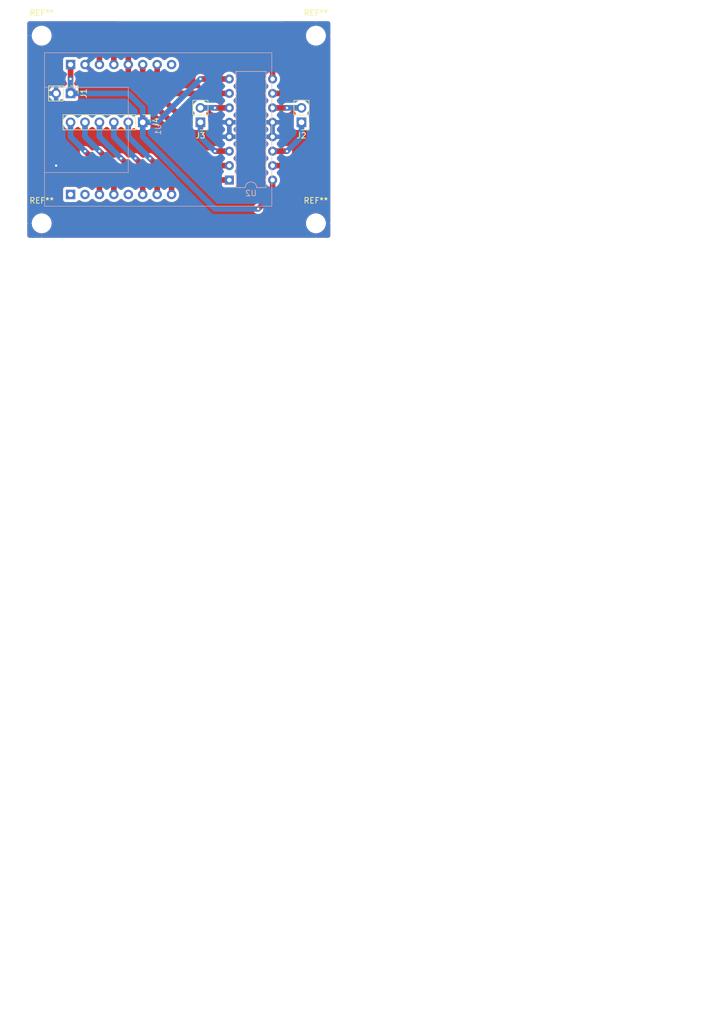
<source format=kicad_pcb>
(kicad_pcb (version 20221018) (generator pcbnew)
  (layers (0 "F.Cu" signal) (31 "B.Cu" signal) (34 "B.Paste" user) (35 "F.Paste" user) (36 "B.SilkS" user "B.Silkscreen") (37 "F.SilkS" user "F.Silkscreen") (38 "B.Mask" user) (39 "F.Mask" user) (44 "Edge.Cuts" user))
  (net 0 "")
  (net 1 "Net-(BT1-+)")
  (net 2 "Net-(BT1--)")
  (net 3 "Net-(J2-Pin_1)")
  (net 4 "Net-(J2-Pin_2)")
  (net 5 "Net-(J3-Pin_1)")
  (net 6 "Net-(J3-Pin_2)")
  (net 8 "Net-(U1-IO2)")
  (net 9 "Net-(U1-IO14)")
  (net 10 "Net-(U1-IO15)")
  (net 11 "Net-(U1-IO13)")
  (net 12 "Net-(U1-IO12)")
  (net 16 "Net-(J4-Pin_2)")
  (net 17 "Net-(J4-Pin_3)")
  (net 18 "Net-(J4-Pin_5)")
  (net 19 "Net-(J4-Pin_4)")
  (net 20 "Net-(J4-Pin_6)")
  (footprint "MountingHole:MountingHole_3mm" (layer "F.Cu") (at 15.24 48.26)
    (fp_text reference "REF**" (at 0 -4) (layer "F.SilkS"))
    (fp_text value "MountingHole_3mm")
    (pad "" np_thru_hole circle (at 0 0) (size 3 3) (drill 3) (layers "*.Cu" "*.Mask"))
  )
  (footprint "MountingHole:MountingHole_3mm" (layer "F.Cu") (at 63.5 48.26)
    (fp_text reference "REF**" (at 0 -4) (layer "F.SilkS"))
    (fp_text value "MountingHole_3mm")
    (pad "" np_thru_hole circle (at 0 0) (size 3 3) (drill 3) (layers "*.Cu" "*.Mask"))
  )
  (footprint "MountingHole:MountingHole_3mm" (layer "F.Cu") (at 63.5 15.24)
    (fp_text reference "REF**" (at 0 -4) (layer "F.SilkS"))
    (fp_text value "MountingHole_3mm")
    (pad "" np_thru_hole circle (at 0 0) (size 3 3) (drill 3) (layers "*.Cu" "*.Mask"))
  )
  (footprint "MountingHole:MountingHole_3mm" (layer "F.Cu") (at 15.24 15.24)
    (fp_text reference "REF**" (at 0 -4) (layer "F.SilkS"))
    (fp_text value "MountingHole_3mm")
    (pad "" np_thru_hole circle (at 0 0) (size 3 3) (drill 3) (layers "*.Cu" "*.Mask"))
  )
  (footprint "Connector_PinHeader_2.54mm:PinHeader_1x02_P2.54mm_Vertical" (layer "F.Cu") (at 20.32 25.4 -90)
    (fp_text reference "J1" (at 0 -2.33 90) (layer "F.SilkS"))
    (fp_text value "Conn_01x02_Pin")
    (fp_line (start -1.33 -1.33) (end 0 -1.33) (stroke (width 0.12)) (layer "F.SilkS"))
    (fp_line (start -1.33 0) (end -1.33 -1.33) (stroke (width 0.12)) (layer "F.SilkS"))
    (fp_line (start -1.33 1.27) (end -1.33 3.87) (stroke (width 0.12)) (layer "F.SilkS"))
    (fp_line (start -1.33 1.27) (end 1.33 1.27) (stroke (width 0.12)) (layer "F.SilkS"))
    (fp_line (start -1.33 3.87) (end 1.33 3.87) (stroke (width 0.12)) (layer "F.SilkS"))
    (fp_line (start 1.33 1.27) (end 1.33 3.87) (stroke (width 0.12)) (layer "F.SilkS"))
    (pad "1" thru_hole rect (at 0 0 270) (size 1.7 1.7) (drill 1) (layers "*.Cu" "*.Mask") (net 1 "Net-(BT1-+)"))
    (pad "2" thru_hole oval (at 0 2.54 270) (size 1.7 1.7) (drill 1) (layers "*.Cu" "*.Mask") (net 2 "Net-(BT1--)"))
  )
  (footprint "Connector_PinHeader_2.54mm:PinHeader_1x02_P2.54mm_Vertical" (layer "F.Cu") (at 43.18 30.48 180)
    (fp_text reference "J3" (at 0 -2.33) (layer "F.SilkS"))
    (fp_text value "Conn_01x02_Pin")
    (fp_line (start -1.33 -1.33) (end 0 -1.33) (stroke (width 0.12)) (layer "F.SilkS"))
    (fp_line (start -1.33 0) (end -1.33 -1.33) (stroke (width 0.12)) (layer "F.SilkS"))
    (fp_line (start -1.33 1.27) (end -1.33 3.87) (stroke (width 0.12)) (layer "F.SilkS"))
    (fp_line (start -1.33 1.27) (end 1.33 1.27) (stroke (width 0.12)) (layer "F.SilkS"))
    (fp_line (start -1.33 3.87) (end 1.33 3.87) (stroke (width 0.12)) (layer "F.SilkS"))
    (fp_line (start 1.33 1.27) (end 1.33 3.87) (stroke (width 0.12)) (layer "F.SilkS"))
    (pad "1" thru_hole rect (at 0 0 180) (size 1.7 1.7) (drill 1) (layers "*.Cu" "*.Mask") (net 5 "Net-(J3-Pin_1)"))
    (pad "2" thru_hole oval (at 0 2.54 180) (size 1.7 1.7) (drill 1) (layers "*.Cu" "*.Mask") (net 6 "Net-(J3-Pin_2)"))
  )
  (footprint "Connector_PinHeader_2.54mm:PinHeader_1x02_P2.54mm_Vertical" (layer "F.Cu") (at 60.96 30.48 180)
    (fp_text reference "J2" (at 0 -2.33) (layer "F.SilkS"))
    (fp_text value "Conn_01x02_Pin")
    (fp_line (start -1.33 -1.33) (end 0 -1.33) (stroke (width 0.12)) (layer "F.SilkS"))
    (fp_line (start -1.33 0) (end -1.33 -1.33) (stroke (width 0.12)) (layer "F.SilkS"))
    (fp_line (start -1.33 1.27) (end -1.33 3.87) (stroke (width 0.12)) (layer "F.SilkS"))
    (fp_line (start -1.33 1.27) (end 1.33 1.27) (stroke (width 0.12)) (layer "F.SilkS"))
    (fp_line (start -1.33 3.87) (end 1.33 3.87) (stroke (width 0.12)) (layer "F.SilkS"))
    (fp_line (start 1.33 1.27) (end 1.33 3.87) (stroke (width 0.12)) (layer "F.SilkS"))
    (pad "1" thru_hole rect (at 0 0 180) (size 1.7 1.7) (drill 1) (layers "*.Cu" "*.Mask") (net 3 "Net-(J2-Pin_1)"))
    (pad "2" thru_hole oval (at 0 2.54 180) (size 1.7 1.7) (drill 1) (layers "*.Cu" "*.Mask") (net 4 "Net-(J2-Pin_2)"))
  )
  (footprint "Connector_PinHeader_2.54mm:PinHeader_1x06_P2.54mm_Vertical" (layer "F.Cu") (at 33.02 30.48 -90)
    (fp_text reference "J4" (at 0 -2.33 90) (layer "F.SilkS"))
    (fp_text value "Conn_01x06")
    (fp_line (start -1.33 -1.33) (end 0 -1.33) (stroke (width 0.12)) (layer "F.SilkS"))
    (fp_line (start -1.33 0) (end -1.33 -1.33) (stroke (width 0.12)) (layer "F.SilkS"))
    (fp_line (start -1.33 1.27) (end -1.33 14.03) (stroke (width 0.12)) (layer "F.SilkS"))
    (fp_line (start -1.33 1.27) (end 1.33 1.27) (stroke (width 0.12)) (layer "F.SilkS"))
    (fp_line (start -1.33 14.03) (end 1.33 14.03) (stroke (width 0.12)) (layer "F.SilkS"))
    (fp_line (start 1.33 1.27) (end 1.33 14.03) (stroke (width 0.12)) (layer "F.SilkS"))
    (pad "1" thru_hole rect (at 0 0 270) (size 1.7 1.7) (drill 1) (layers "*.Cu" "*.Mask") (net 1 "Net-(BT1-+)"))
    (pad "2" thru_hole oval (at 0 2.54 270) (size 1.7 1.7) (drill 1) (layers "*.Cu" "*.Mask") (net 16 "Net-(J4-Pin_2)"))
    (pad "3" thru_hole oval (at 0 5.08 270) (size 1.7 1.7) (drill 1) (layers "*.Cu" "*.Mask") (net 17 "Net-(J4-Pin_3)"))
    (pad "4" thru_hole oval (at 0 7.62 270) (size 1.7 1.7) (drill 1) (layers "*.Cu" "*.Mask") (net 19 "Net-(J4-Pin_4)"))
    (pad "5" thru_hole oval (at 0 10.16 270) (size 1.7 1.7) (drill 1) (layers "*.Cu" "*.Mask") (net 18 "Net-(J4-Pin_5)"))
    (pad "6" thru_hole oval (at 0 12.7 270) (size 1.7 1.7) (drill 1) (layers "*.Cu" "*.Mask") (net 20 "Net-(J4-Pin_6)"))
  )
  (footprint "Downloads:ESP32-CAM" (layer "B.Cu") (at 38.1 20.32 -90)
    (fp_text reference "U1" (at 11.43 2.36 90) (layer "B.SilkS") (effects (justify mirror)))
    (fp_text value "ESP32-CAM")
    (fp_line (start -2.07 -17.64) (end 24.93 -17.64) (stroke (width 0.1)) (layer "B.SilkS"))
    (fp_line (start -2.07 22.36) (end -2.07 -17.64) (stroke (width 0.1)) (layer "B.SilkS"))
    (fp_line (start 4 7.62) (end 19 7.62) (stroke (width 0.1)) (layer "B.SilkS"))
    (fp_line (start 4 22.36) (end 4 7.62) (stroke (width 0.1)) (layer "B.SilkS"))
    (fp_line (start 19 22.36) (end 19 7.62) (stroke (width 0.1)) (layer "B.SilkS"))
    (fp_line (start 24.93 -17.64) (end 24.93 22.36) (stroke (width 0.1)) (layer "B.SilkS"))
    (fp_line (start 24.93 22.36) (end -2.07 22.36) (stroke (width 0.1)) (layer "B.SilkS"))
    (pad "1" thru_hole circle (at 0 0 270) (size 1.665 1.665) (drill 0.9) (layers "*.Cu" "*.Mask"))
    (pad "2" thru_hole circle (at 0 2.54 270) (size 1.665 1.665) (drill 0.9) (layers "*.Cu" "*.Mask") (net 8 "Net-(U1-IO2)"))
    (pad "3" thru_hole circle (at 0 5.08 270) (size 1.665 1.665) (drill 0.9) (layers "*.Cu" "*.Mask") (net 9 "Net-(U1-IO14)"))
    (pad "4" thru_hole circle (at 0 7.62 270) (size 1.665 1.665) (drill 0.9) (layers "*.Cu" "*.Mask") (net 10 "Net-(U1-IO15)"))
    (pad "5" thru_hole circle (at 0 10.16 270) (size 1.665 1.665) (drill 0.9) (layers "*.Cu" "*.Mask") (net 11 "Net-(U1-IO13)"))
    (pad "6" thru_hole circle (at 0 12.7 270) (size 1.665 1.665) (drill 0.9) (layers "*.Cu" "*.Mask") (net 12 "Net-(U1-IO12)"))
    (pad "7" thru_hole circle (at 0 15.24 270) (size 1.665 1.665) (drill 0.9) (layers "*.Cu" "*.Mask") (net 2 "Net-(BT1--)"))
    (pad "8" thru_hole rect (at 0 17.78 270) (size 1.665 1.665) (drill 0.9) (layers "*.Cu" "*.Mask") (net 1 "Net-(BT1-+)"))
    (pad "9" thru_hole rect (at 22.86 17.78 270) (size 1.665 1.665) (drill 0.9) (layers "*.Cu" "*.Mask"))
    (pad "10" thru_hole circle (at 22.86 15.24 270) (size 1.665 1.665) (drill 0.9) (layers "*.Cu" "*.Mask"))
    (pad "11" thru_hole circle (at 22.86 12.7 270) (size 1.665 1.665) (drill 0.9) (layers "*.Cu" "*.Mask") (net 20 "Net-(J4-Pin_6)"))
    (pad "12" thru_hole circle (at 22.86 10.16 270) (size 1.665 1.665) (drill 0.9) (layers "*.Cu" "*.Mask") (net 18 "Net-(J4-Pin_5)"))
    (pad "13" thru_hole circle (at 22.86 7.62 270) (size 1.665 1.665) (drill 0.9) (layers "*.Cu" "*.Mask"))
    (pad "14" thru_hole circle (at 22.86 5.08 270) (size 1.665 1.665) (drill 0.9) (layers "*.Cu" "*.Mask") (net 19 "Net-(J4-Pin_4)"))
    (pad "15" thru_hole circle (at 22.86 2.54 270) (size 1.665 1.665) (drill 0.9) (layers "*.Cu" "*.Mask") (net 17 "Net-(J4-Pin_3)"))
    (pad "16" thru_hole circle (at 22.86 0 270) (size 1.665 1.665) (drill 0.9) (layers "*.Cu" "*.Mask") (net 16 "Net-(J4-Pin_2)"))
  )
  (footprint "Package_DIP:DIP-16_W7.62mm" (layer "B.Cu") (at 48.26 40.64)
    (fp_text reference "U2" (at 3.81 2.33) (layer "B.SilkS") (effects (justify mirror)))
    (fp_text value "L293D")
    (fp_line (start 1.16 -19.11) (end 6.46 -19.11) (stroke (width 0.12)) (layer "B.SilkS"))
    (fp_line (start 1.16 1.33) (end 1.16 -19.11) (stroke (width 0.12)) (layer "B.SilkS"))
    (fp_line (start 2.81 1.33) (end 1.16 1.33) (stroke (width 0.12)) (layer "B.SilkS"))
    (fp_line (start 6.46 -19.11) (end 6.46 1.33) (stroke (width 0.12)) (layer "B.SilkS"))
    (fp_line (start 6.46 1.33) (end 4.81 1.33) (stroke (width 0.12)) (layer "B.SilkS"))
    (fp_arc (start 2.81 1.33) (mid 3.81 0.33) (end 4.81 1.33) (stroke (width 0.12)) (layer "B.SilkS"))
    (pad "1" thru_hole rect (at 0 0) (size 1.6 1.6) (drill 0.8) (layers "*.Cu" "*.Mask") (net 10 "Net-(U1-IO15)"))
    (pad "2" thru_hole oval (at 0 -2.54) (size 1.6 1.6) (drill 0.8) (layers "*.Cu" "*.Mask") (net 9 "Net-(U1-IO14)"))
    (pad "3" thru_hole oval (at 0 -5.08) (size 1.6 1.6) (drill 0.8) (layers "*.Cu" "*.Mask") (net 5 "Net-(J3-Pin_1)"))
    (pad "4" thru_hole oval (at 0 -7.62) (size 1.6 1.6) (drill 0.8) (layers "*.Cu" "*.Mask") (net 2 "Net-(BT1--)"))
    (pad "5" thru_hole oval (at 0 -10.16) (size 1.6 1.6) (drill 0.8) (layers "*.Cu" "*.Mask") (net 2 "Net-(BT1--)"))
    (pad "6" thru_hole oval (at 0 -12.7) (size 1.6 1.6) (drill 0.8) (layers "*.Cu" "*.Mask") (net 6 "Net-(J3-Pin_2)"))
    (pad "7" thru_hole oval (at 0 -15.24) (size 1.6 1.6) (drill 0.8) (layers "*.Cu" "*.Mask") (net 8 "Net-(U1-IO2)"))
    (pad "8" thru_hole oval (at 0 -17.78) (size 1.6 1.6) (drill 0.8) (layers "*.Cu" "*.Mask") (net 1 "Net-(BT1-+)"))
    (pad "9" thru_hole oval (at 7.62 -17.78) (size 1.6 1.6) (drill 0.8) (layers "*.Cu" "*.Mask") (net 10 "Net-(U1-IO15)"))
    (pad "10" thru_hole oval (at 7.62 -15.24) (size 1.6 1.6) (drill 0.8) (layers "*.Cu" "*.Mask") (net 11 "Net-(U1-IO13)"))
    (pad "11" thru_hole oval (at 7.62 -12.7) (size 1.6 1.6) (drill 0.8) (layers "*.Cu" "*.Mask") (net 4 "Net-(J2-Pin_2)"))
    (pad "12" thru_hole oval (at 7.62 -10.16) (size 1.6 1.6) (drill 0.8) (layers "*.Cu" "*.Mask") (net 2 "Net-(BT1--)"))
    (pad "13" thru_hole oval (at 7.62 -7.62) (size 1.6 1.6) (drill 0.8) (layers "*.Cu" "*.Mask") (net 2 "Net-(BT1--)"))
    (pad "14" thru_hole oval (at 7.62 -5.08) (size 1.6 1.6) (drill 0.8) (layers "*.Cu" "*.Mask") (net 3 "Net-(J2-Pin_1)"))
    (pad "15" thru_hole oval (at 7.62 -2.54) (size 1.6 1.6) (drill 0.8) (layers "*.Cu" "*.Mask") (net 12 "Net-(U1-IO12)"))
    (pad "16" thru_hole oval (at 7.62 0) (size 1.6 1.6) (drill 0.8) (layers "*.Cu" "*.Mask") (net 1 "Net-(BT1-+)"))
  )
  (segment (start 55.88 40.64) (end 55.88 43.18) (width 1) (layer "F.Cu") (net 1))
  (segment (start 20.32 20.32) (end 20.32 22.86) (width 1) (layer "F.Cu") (net 1))
  (segment (start 55.88 43.18) (end 53.34 45.72) (width 1) (layer "F.Cu") (net 1))
  (segment (start 43.18 22.86) (end 48.26 22.86) (width 1) (layer "F.Cu") (net 1))
  (via (at 43.18 22.86) (size 0.8) (drill 0.4) (layers "F.Cu" "B.Cu") (net 1))
  (via (at 20.32 22.86) (size 0.8) (drill 0.4) (layers "F.Cu" "B.Cu") (net 1))
  (via (at 53.34 45.72) (size 0.8) (drill 0.4) (layers "F.Cu" "B.Cu") (net 1))
  (segment (start 35.56 30.48) (end 33.02 30.48) (width 1) (layer "B.Cu") (net 1))
  (segment (start 33.02 27.94) (end 30.48 25.4) (width 1) (layer "B.Cu") (net 1))
  (segment (start 45.72 45.72) (end 33.02 33.02) (width 1) (layer "B.Cu") (net 1))
  (segment (start 33.02 30.48) (end 33.02 27.94) (width 1) (layer "B.Cu") (net 1))
  (segment (start 43.18 22.86) (end 35.56 30.48) (width 1) (layer "B.Cu") (net 1))
  (segment (start 20.32 25.4) (end 20.32 22.86) (width 1) (layer "B.Cu") (net 1))
  (segment (start 33.02 33.02) (end 33.02 30.48) (width 1) (layer "B.Cu") (net 1))
  (segment (start 30.48 25.4) (end 20.32 25.4) (width 1) (layer "B.Cu") (net 1))
  (segment (start 53.34 45.72) (end 45.72 45.72) (width 1) (layer "B.Cu") (net 1))
  (via (at 17.78 38.1) (size 0.8) (drill 0.4) (layers "F.Cu" "B.Cu") (net 2))
  (segment (start 55.88 35.56) (end 58.42 35.56) (width 1) (layer "F.Cu") (net 3))
  (via (at 58.42 35.56) (size 0.8) (drill 0.4) (layers "F.Cu" "B.Cu") (net 3))
  (segment (start 60.96 33.02) (end 58.42 35.56) (width 1) (layer "B.Cu") (net 3))
  (segment (start 60.96 30.48) (end 60.96 33.02) (width 1) (layer "B.Cu") (net 3))
  (segment (start 55.88 27.94) (end 58.42 27.94) (width 1) (layer "F.Cu") (net 4))
  (via (at 58.42 27.94) (size 0.8) (drill 0.4) (layers "F.Cu" "B.Cu") (net 4))
  (segment (start 60.96 27.94) (end 58.42 27.94) (width 1) (layer "B.Cu") (net 4))
  (segment (start 48.26 35.56) (end 45.72 35.56) (width 1) (layer "F.Cu") (net 5))
  (via (at 45.72 35.56) (size 0.8) (drill 0.4) (layers "F.Cu" "B.Cu") (net 5))
  (segment (start 43.18 33.02) (end 43.18 30.48) (width 1) (layer "B.Cu") (net 5))
  (segment (start 45.72 35.56) (end 43.18 33.02) (width 1) (layer "B.Cu") (net 5))
  (segment (start 48.26 27.94) (end 45.72 27.94) (width 1) (layer "F.Cu") (net 6))
  (via (at 45.72 27.94) (size 0.8) (drill 0.4) (layers "F.Cu" "B.Cu") (net 6))
  (segment (start 45.72 27.94) (end 43.18 27.94) (width 1) (layer "B.Cu") (net 6))
  (segment (start 48.26 25.4) (end 38.1 25.4) (width 1) (layer "F.Cu") (net 8))
  (segment (start 38.1 25.4) (end 35.56 22.86) (width 1) (layer "F.Cu") (net 8))
  (segment (start 35.56 22.86) (end 35.56 20.32) (width 1) (layer "F.Cu") (net 8))
  (segment (start 45.72 38.1) (end 48.26 38.1) (width 1) (layer "F.Cu") (net 9))
  (segment (start 40.64 30.48) (end 40.64 33.02) (width 1) (layer "F.Cu") (net 9))
  (segment (start 33.02 22.86) (end 40.64 30.48) (width 1) (layer "F.Cu") (net 9))
  (segment (start 40.64 33.02) (end 45.72 38.1) (width 1) (layer "F.Cu") (net 9))
  (segment (start 33.02 20.32) (end 33.02 22.86) (width 1) (layer "F.Cu") (net 9))
  (segment (start 55.88 20.32) (end 52.129021 16.569021) (width 1) (layer "F.Cu") (net 10))
  (segment (start 31.272299 16.569021) (end 30.48 17.36132) (width 1) (layer "F.Cu") (net 10))
  (segment (start 38.1 33.02) (end 45.72 40.64) (width 1) (layer "F.Cu") (net 10))
  (segment (start 30.48 20.32) (end 30.48 22.86) (width 1) (layer "F.Cu") (net 10))
  (segment (start 45.72 40.64) (end 48.26 40.64) (width 1) (layer "F.Cu") (net 10))
  (segment (start 30.48 17.36132) (end 30.48 20.32) (width 1) (layer "F.Cu") (net 10))
  (segment (start 52.129021 16.569021) (end 31.272299 16.569021) (width 1) (layer "F.Cu") (net 10))
  (segment (start 30.48 22.86) (end 38.1 30.48) (width 1) (layer "F.Cu") (net 10))
  (segment (start 38.1 30.48) (end 38.1 33.02) (width 1) (layer "F.Cu") (net 10))
  (segment (start 55.88 22.86) (end 55.88 20.32) (width 1) (layer "F.Cu") (net 10))
  (segment (start 59.046977 20.946977) (end 53.169021 15.069021) (width 1) (layer "F.Cu") (net 11))
  (segment (start 27.94 17.78) (end 27.94 20.32) (width 1) (layer "F.Cu") (net 11))
  (segment (start 53.169021 15.069021) (end 30.650979 15.069021) (width 1) (layer "F.Cu") (net 11))
  (segment (start 30.650979 15.069021) (end 27.94 17.78) (width 1) (layer "F.Cu") (net 11))
  (segment (start 59.046977 24.773023) (end 59.046977 20.946977) (width 1) (layer "F.Cu") (net 11))
  (segment (start 58.42 25.4) (end 59.046977 24.773023) (width 1) (layer "F.Cu") (net 11))
  (segment (start 55.88 25.4) (end 58.42 25.4) (width 1) (layer "F.Cu") (net 11))
  (segment (start 63.5 20.32) (end 56.749021 13.569021) (width 1) (layer "F.Cu") (net 12))
  (segment (start 55.88 38.1) (end 60.96 38.1) (width 1) (layer "F.Cu") (net 12))
  (segment (start 29.610979 13.569021) (end 25.4 17.78) (width 1) (layer "F.Cu") (net 12))
  (segment (start 56.749021 13.569021) (end 29.610979 13.569021) (width 1) (layer "F.Cu") (net 12))
  (segment (start 63.5 35.56) (end 63.5 20.32) (width 1) (layer "F.Cu") (net 12))
  (segment (start 60.96 38.1) (end 63.5 35.56) (width 1) (layer "F.Cu") (net 12))
  (segment (start 25.4 17.78) (end 25.4 20.32) (width 1) (layer "F.Cu") (net 12))
  (segment (start 38.1 43.18) (end 38.1 40.64) (width 1) (layer "F.Cu") (net 16))
  (segment (start 38.1 40.64) (end 34.29 36.83) (width 1) (layer "F.Cu") (net 16))
  (via (at 34.29 36.83) (size 0.8) (drill 0.4) (layers "F.Cu" "B.Cu") (net 16))
  (segment (start 30.48 33.02) (end 30.48 30.48) (width 1) (layer "B.Cu") (net 16))
  (segment (start 34.29 36.83) (end 30.48 33.02) (width 1) (layer "B.Cu") (net 16))
  (segment (start 35.56 43.18) (end 35.56 40.64) (width 1) (layer "F.Cu") (net 17))
  (segment (start 35.56 40.64) (end 31.75 36.83) (width 1) (layer "F.Cu") (net 17))
  (via (at 31.75 36.83) (size 0.8) (drill 0.4) (layers "F.Cu" "B.Cu") (net 17))
  (segment (start 31.75 36.83) (end 27.94 33.02) (width 1) (layer "B.Cu") (net 17))
  (segment (start 27.94 33.02) (end 27.94 30.48) (width 1) (layer "B.Cu") (net 17))
  (segment (start 27.94 38.1) (end 25.4 35.56) (width 1) (layer "F.Cu") (net 18))
  (segment (start 27.94 43.18) (end 27.94 38.1) (width 1) (layer "F.Cu") (net 18))
  (via (at 25.4 35.56) (size 0.8) (drill 0.4) (layers "F.Cu" "B.Cu") (net 18))
  (segment (start 22.86 33.02) (end 22.86 30.48) (width 1) (layer "B.Cu") (net 18))
  (segment (start 25.4 35.56) (end 22.86 33.02) (width 1) (layer "B.Cu") (net 18))
  (segment (start 33.02 40.64) (end 29.21 36.83) (width 1) (layer "F.Cu") (net 19))
  (segment (start 33.02 43.18) (end 33.02 40.64) (width 1) (layer "F.Cu") (net 19))
  (via (at 29.21 36.83) (size 0.8) (drill 0.4) (layers "F.Cu" "B.Cu") (net 19))
  (segment (start 25.4 33.02) (end 25.4 30.48) (width 1) (layer "B.Cu") (net 19))
  (segment (start 29.21 36.83) (end 25.4 33.02) (width 1) (layer "B.Cu") (net 19))
  (segment (start 25.4 43.18) (end 25.4 38.1) (width 1) (layer "F.Cu") (net 20))
  (segment (start 25.4 38.1) (end 22.86 35.56) (width 1) (layer "F.Cu") (net 20))
  (via (at 22.86 35.56) (size 0.8) (drill 0.4) (layers "F.Cu" "B.Cu") (net 20))
  (segment (start 22.86 35.56) (end 20.32 33.02) (width 1) (layer "B.Cu") (net 20))
  (segment (start 20.32 33.02) (end 20.32 30.48) (width 1) (layer "B.Cu") (net 20))
  (zone (net 2) (net_name "Net-(BT1--)") (layer "F.Cu") (connect_pads thru_hole_only (clearance 0.5)) (min_thickness 0.8) (fill yes (thermal_gap 0.5) (thermal_bridge_width 0.8))
    (polygon (pts (xy 12.7 12.7) (xy 12.7 50.8) (xy 66.04 50.8) (xy 66.04 12.7)))
  )
  (zone (net 2) (net_name "Net-(BT1--)") (layer "B.Cu") (priority 1) (connect_pads thru_hole_only (clearance 0.5)) (min_thickness 0.8) (fill yes (thermal_gap 0.5) (thermal_bridge_width 0.8))
    (polygon (pts (xy 12.7 12.7) (xy 12.7 50.8) (xy 66.04 50.8) (xy 66.04 12.7)))
  )
)
</source>
